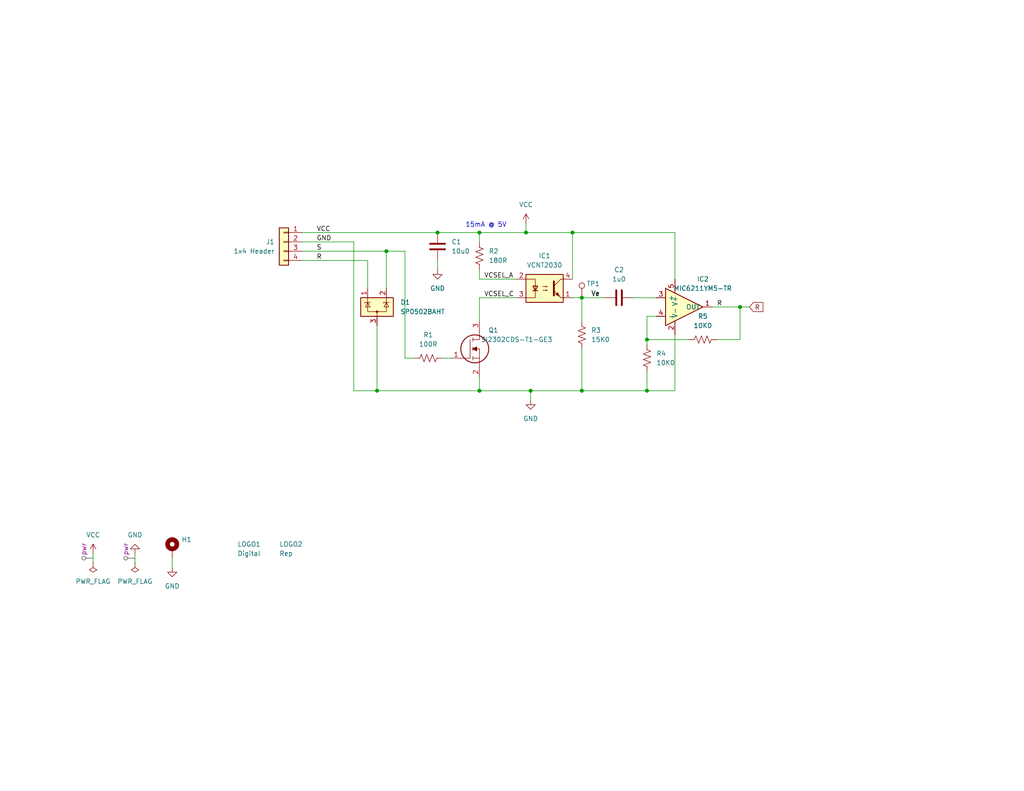
<source format=kicad_sch>
(kicad_sch (version 20230121) (generator eeschema)
  (paper "USLetter")
  (title_block (title "VCNT2030 with ambient light suppression") (date "2023-09-06") (rev "1") (company "DigitalREP"))
  (lib_symbols
    (symbol "Connector:TestPoint" (pin_numbers hide) (pin_names (offset 0.762) hide)
      (property "Reference" "TP" (at 0 6.858 0))
      (property "Value" "TestPoint" (at 0 5.08 0))
      (symbol "TestPoint_0_1"
        (circle (center 0 3.302) (radius 0.762))
      )
      (symbol "TestPoint_1_1"
        (pin passive line (at 0 0 90) (length 2.54) (name "1") (number "1"))
      )
    )
    (symbol "Connector_Generic:Conn_01x04" (pin_names (offset 1.016) hide)
      (property "Reference" "J" (at 0 5.08 0))
      (property "Value" "Conn_01x04" (at 0 -7.62 0))
      (symbol "Conn_01x04_1_1"
        (rectangle (start -1.27 -4.953) (end 0 -5.207) (stroke (width 0.1524)))
        (rectangle (start -1.27 -2.413) (end 0 -2.667) (stroke (width 0.1524)))
        (rectangle (start -1.27 0.127) (end 0 -0.127) (stroke (width 0.1524)))
        (rectangle (start -1.27 2.667) (end 0 2.413) (stroke (width 0.1524)))
        (rectangle (start -1.27 3.81) (end 1.27 -6.35) (stroke (width 0.254)) (fill (type background)))
        (pin passive line (at -5.08 2.54 0) (length 3.81) (name "Pin_1") (number "1"))
        (pin passive line (at -5.08 0 0) (length 3.81) (name "Pin_2") (number "2"))
        (pin passive line (at -5.08 -2.54 0) (length 3.81) (name "Pin_3") (number "3"))
        (pin passive line (at -5.08 -5.08 0) (length 3.81) (name "Pin_4") (number "4"))
      )
    )
    (symbol "Device:C" (pin_numbers hide) (pin_names (offset 0.254))
      (property "Reference" "C" (at 0.635 2.54 0))
      (property "Value" "C" (at 0.635 -2.54 0))
      (symbol "C_0_1"
        (polyline (pts (xy -2.032 -0.762) (xy 2.032 -0.762)) (stroke (width 0.508)))
        (polyline (pts (xy -2.032 0.762) (xy 2.032 0.762)) (stroke (width 0.508)))
      )
      (symbol "C_1_1"
        (pin passive line (at 0 3.81 270) (length 2.794) (name "~") (number "1"))
        (pin passive line (at 0 -3.81 90) (length 2.794) (name "~") (number "2"))
      )
    )
    (symbol "Device:R_US" (pin_numbers hide) (pin_names (offset 0))
      (property "Reference" "R" (at 2.54 0 90))
      (property "Value" "R_US" (at -2.54 0 90))
      (symbol "R_US_0_1"
        (polyline (pts (xy 0 -2.286) (xy 0 -2.54)))
        (polyline (pts (xy 0 2.286) (xy 0 2.54)))
        (polyline (pts (xy 0 -0.762) (xy 1.016 -1.143) (xy 0 -1.524) (xy -1.016 -1.905) (xy 0 -2.286)))
        (polyline (pts (xy 0 0.762) (xy 1.016 0.381) (xy 0 0) (xy -1.016 -0.381) (xy 0 -0.762)))
        (polyline (pts (xy 0 2.286) (xy 1.016 1.905) (xy 0 1.524) (xy -1.016 1.143) (xy 0 0.762)))
      )
      (symbol "R_US_1_1"
        (pin passive line (at 0 3.81 270) (length 1.27) (name "~") (number "1"))
        (pin passive line (at 0 -3.81 90) (length 1.27) (name "~") (number "2"))
      )
    )
    (symbol "Mechanical:MountingHole_Pad" (pin_numbers hide) (pin_names (offset 1.016) hide)
      (property "Reference" "H" (at 0 6.35 0))
      (property "Value" "MountingHole_Pad" (at 0 4.445 0))
      (symbol "MountingHole_Pad_0_1"
        (circle (center 0 1.27) (radius 1.27) (stroke (width 1.27)))
      )
      (symbol "MountingHole_Pad_1_1"
        (pin input line (at 0 -2.54 90) (length 2.54) (name "1") (number "1"))
      )
    )
    (symbol "My_Symbols:LOGO"
      (property "Reference" "LOGO" (at 0 0 0))
      (property "Value" "LOGO" (at 0 0 0))
    )
    (symbol "Power_Protection:SP0502BAHT" (pin_names hide)
      (property "Reference" "D" (at 5.715 2.54 0))
      (property "Value" "SP0502BAHT" (at 5.715 0.635 0))
      (symbol "SP0502BAHT_0_0"
        (pin passive line (at 0 -5.08 90) (length 2.54) (name "A") (number "3"))
      )
      (symbol "SP0502BAHT_0_1"
        (rectangle (start -4.445 2.54) (end 4.445 -2.54) (stroke (width 0.254)) (fill (type background)))
        (circle (center 0 -1.27) (radius 0.254) (fill (type outline)))
        (polyline (pts (xy -2.54 2.54) (xy -2.54 1.27)))
        (polyline (pts (xy 0 -1.27) (xy 0 -2.54)))
        (polyline (pts (xy 2.54 2.54) (xy 2.54 1.27)))
        (polyline (pts (xy -3.302 1.016) (xy -3.302 1.27) (xy -1.905 1.27) (xy -1.778 1.27)))
        (polyline (pts (xy -2.54 1.27) (xy -2.54 -1.27) (xy 2.54 -1.27) (xy 2.54 1.27)))
        (polyline (pts (xy -2.54 1.27) (xy -1.905 0) (xy -3.175 0) (xy -2.54 1.27)))
        (polyline (pts (xy 1.778 1.016) (xy 1.778 1.27) (xy 3.175 1.27) (xy 3.302 1.27)))
        (polyline (pts (xy 2.54 1.27) (xy 1.905 0) (xy 3.175 0) (xy 2.54 1.27)))
      )
      (symbol "SP0502BAHT_1_1"
        (pin passive line (at -2.54 5.08 270) (length 2.54) (name "K") (number "1"))
        (pin passive line (at 2.54 5.08 270) (length 2.54) (name "K") (number "2"))
      )
    )
    (symbol "Samacsys:MIC6211YM5-TR" (pin_names (offset 0.762))
      (property "Reference" "IC" (at 7.62 7.62 0))
      (property "Value" "MIC6211YM5-TR" (at 7.62 5.08 0))
      (symbol "MIC6211YM5-TR_0_1"
        (polyline (pts (xy 2.54 5.08) (xy 12.7 0) (xy 2.54 -5.08) (xy 2.54 5.08)) (stroke (width 0.254)) (fill (type background)))
      )
      (symbol "MIC6211YM5-TR_1_1"
        (pin output line (at 15.24 0 180) (length 2.54) (name "OUT") (number "1"))
        (pin power_in line (at 5.08 -7.62 90) (length 3.81) (name "V-") (number "2"))
        (pin input line (at 0 2.54 0) (length 2.54) (name "+") (number "3"))
        (pin input line (at 0 -2.54 0) (length 2.54) (name "-") (number "4"))
        (pin power_in line (at 5.08 7.62 270) (length 3.81) (name "V+") (number "5"))
      )
    )
    (symbol "Samacsys:SI2302CDS-T1-GE3" (pin_names (offset 0.762))
      (property "Reference" "IC" (at 11.43 6.35 0))
      (property "Value" "SI2302CDS-T1-GE3" (at 11.43 3.81 0))
      (symbol "SI2302CDS-T1-GE3_0_0"
        (pin bidirectional line (at 0 0 0) (length 2.54) (name "~") (number "1"))
        (pin bidirectional line (at 7.62 -5.08 90) (length 2.54) (name "~") (number "2"))
        (pin bidirectional line (at 7.62 10.16 270) (length 2.54) (name "~") (number "3"))
      )
      (symbol "SI2302CDS-T1-GE3_0_1"
        (polyline (pts (xy 5.842 -0.508) (xy 5.842 0.508)) (stroke (width 0.1524)))
        (polyline (pts (xy 5.842 0) (xy 7.62 0)) (stroke (width 0.1524)))
        (polyline (pts (xy 5.842 2.032) (xy 5.842 3.048)) (stroke (width 0.1524)))
        (polyline (pts (xy 5.842 5.588) (xy 5.842 4.572)) (stroke (width 0.1524)))
        (polyline (pts (xy 7.62 2.54) (xy 5.842 2.54)) (stroke (width 0.1524)))
        (polyline (pts (xy 7.62 2.54) (xy 7.62 -2.54)) (stroke (width 0.1524)))
        (polyline (pts (xy 7.62 5.08) (xy 5.842 5.08)) (stroke (width 0.1524)))
        (polyline (pts (xy 7.62 5.08) (xy 7.62 7.62)) (stroke (width 0.1524)))
        (polyline (pts (xy 2.54 0) (xy 5.08 0) (xy 5.08 5.08)) (stroke (width 0.1524)))
        (polyline (pts (xy 5.842 2.54) (xy 6.858 3.048) (xy 6.858 2.032) (xy 5.842 2.54)) (stroke (width 0.254)) (fill (type outline)))
        (circle (center 6.35 2.54) (radius 3.81) (stroke (width 0.254)))
      )
    )
    (symbol "Samacsys:VCNT2030" (pin_names (offset 0.762))
      (property "Reference" "IC" (at 2.54 7.62 0))
      (property "Value" "VCNT2030" (at 2.54 5.08 0))
      (symbol "VCNT2030_0_1"
        (polyline (pts (xy 4.445 -0.635) (xy 5.715 -0.635)) (stroke (width 0.254)))
        (polyline (pts (xy 10.16 0.635) (xy 12.065 2.54)))
        (polyline (pts (xy 12.065 -2.54) (xy 10.16 -0.635)) (fill (type outline)))
        (polyline (pts (xy 12.065 -2.54) (xy 12.7 -2.54)))
        (polyline (pts (xy 12.065 2.54) (xy 12.7 2.54)))
        (polyline (pts (xy 2.54 2.54) (xy 5.08 2.54) (xy 5.08 0.635)))
        (polyline (pts (xy 10.16 1.905) (xy 10.16 -1.905) (xy 10.16 -1.905)) (stroke (width 0.508)))
        (polyline (pts (xy 5.08 -0.635) (xy 4.445 0.635) (xy 5.715 0.635) (xy 5.08 -0.635)) (stroke (width 0.254)))
        (polyline (pts (xy 5.08 -0.635) (xy 5.08 1.27) (xy 5.08 -2.54) (xy 2.54 -2.54)))
        (polyline (pts (xy 7.112 -0.508) (xy 8.382 -0.508) (xy 8.001 -0.635) (xy 8.001 -0.381) (xy 8.382 -0.508)))
        (polyline (pts (xy 7.112 0.508) (xy 8.382 0.508) (xy 8.001 0.381) (xy 8.001 0.635) (xy 8.382 0.508)))
        (polyline (pts (xy 10.668 -1.651) (xy 11.176 -1.143) (xy 11.684 -2.159) (xy 10.668 -1.651) (xy 10.668 -1.651)) (fill (type outline)))
        (rectangle (start 2.54 3.81) (end 12.7 -3.81) (stroke (width 0.254)) (fill (type background)))
      )
      (symbol "VCNT2030_1_1"
        (pin passive line (at 15.24 -2.54 180) (length 2.54) (name "~") (number "1"))
        (pin passive line (at 0 2.54 0) (length 2.54) (name "~") (number "2"))
        (pin passive line (at 0 -2.54 0) (length 2.54) (name "~") (number "3"))
        (pin passive line (at 15.24 2.54 180) (length 2.54) (name "~") (number "4"))
      )
    )
    (symbol "power:GND" (power) (pin_names (offset 0))
      (property "Value" "GND" (at 0 -3.81 0))
      (symbol "GND_0_1"
        (polyline (pts (xy 0 0) (xy 0 -1.27) (xy 1.27 -1.27) (xy 0 -2.54) (xy -1.27 -1.27) (xy 0 -1.27)))
      )
      (symbol "GND_1_1"
        (pin power_in line (at 0 0 270) (length 0) hide (name "GND") (number "1"))
      )
    )
    (symbol "power:PWR_FLAG" (power) (pin_numbers hide) (pin_names (offset 0) hide)
      (property "Value" "PWR_FLAG" (at 0 3.81 0))
      (symbol "PWR_FLAG_0_0"
        (pin power_out line (at 0 0 90) (length 0) (name "pwr") (number "1"))
      )
      (symbol "PWR_FLAG_0_1"
        (polyline (pts (xy 0 0) (xy 0 1.27) (xy -1.016 1.905) (xy 0 2.54) (xy 1.016 1.905) (xy 0 1.27)))
      )
    )
    (symbol "power:VCC" (power) (pin_names (offset 0))
      (property "Value" "VCC" (at 0 3.81 0))
      (symbol "VCC_0_1"
        (polyline (pts (xy -0.762 1.27) (xy 0 2.54)))
        (polyline (pts (xy 0 0) (xy 0 2.54)))
        (polyline (pts (xy 0 2.54) (xy 0.762 1.27)))
      )
      (symbol "VCC_1_1"
        (pin power_in line (at 0 0 90) (length 0) hide (name "VCC") (number "1"))
      )
    )
  )
  (junction (at 130.81 63.5))
  (junction (at 158.75 106.68))
  (junction (at 201.93 83.82))
  (junction (at 119.38 63.5))
  (junction (at 176.53 106.68))
  (junction (at 130.81 106.68))
  (junction (at 102.87 106.68))
  (junction (at 105.41 68.58))
  (junction (at 156.21 63.5))
  (junction (at 158.75 81.28))
  (junction (at 144.78 106.68))
  (junction (at 176.53 92.71))
  (junction (at 143.51 63.5))
  (wire (pts (xy 184.15 91.44) (xy 184.15 106.68)))
  (wire (pts (xy 158.75 87.63) (xy 158.75 81.28)))
  (wire (pts (xy 143.51 60.96) (xy 143.51 63.5)))
  (wire (pts (xy 201.93 92.71) (xy 195.58 92.71)))
  (wire (pts (xy 105.41 68.58) (xy 105.41 78.74)))
  (wire (pts (xy 158.75 95.25) (xy 158.75 106.68)))
  (wire (pts (xy 119.38 63.5) (xy 130.81 63.5)))
  (wire (pts (xy 130.81 102.87) (xy 130.81 106.68)))
  (wire (pts (xy 176.53 92.71) (xy 176.53 93.98)))
  (wire (pts (xy 156.21 76.2) (xy 156.21 63.5)))
  (wire (pts (xy 176.53 101.6) (xy 176.53 106.68)))
  (wire (pts (xy 144.78 106.68) (xy 144.78 109.22)))
  (wire (pts (xy 201.93 83.82) (xy 204.47 83.82)))
  (wire (pts (xy 105.41 68.58) (xy 110.49 68.58)))
  (wire (pts (xy 194.31 83.82) (xy 201.93 83.82)))
  (wire (pts (xy 96.52 66.04) (xy 96.52 106.68)))
  (wire (pts (xy 172.72 81.28) (xy 179.07 81.28)))
  (wire (pts (xy 130.81 76.2) (xy 140.97 76.2)))
  (wire (pts (xy 130.81 87.63) (xy 130.81 81.28)))
  (wire (pts (xy 144.78 106.68) (xy 158.75 106.68)))
  (wire (pts (xy 143.51 63.5) (xy 130.81 63.5)))
  (wire (pts (xy 102.87 88.9) (xy 102.87 106.68)))
  (wire (pts (xy 82.55 63.5) (xy 119.38 63.5)))
  (wire (pts (xy 110.49 97.79) (xy 113.03 97.79)))
  (wire (pts (xy 130.81 81.28) (xy 140.97 81.28)))
  (wire (pts (xy 120.65 97.79) (xy 123.19 97.79)))
  (wire (pts (xy 36.83 151.13) (xy 36.83 153.67)))
  (wire (pts (xy 46.99 152.4) (xy 46.99 154.94)))
  (wire (pts (xy 184.15 76.2) (xy 184.15 63.5)))
  (wire (pts (xy 158.75 81.28) (xy 156.21 81.28)))
  (wire (pts (xy 158.75 81.28) (xy 165.1 81.28)))
  (wire (pts (xy 110.49 97.79) (xy 110.49 68.58)))
  (wire (pts (xy 156.21 63.5) (xy 143.51 63.5)))
  (wire (pts (xy 102.87 106.68) (xy 130.81 106.68)))
  (wire (pts (xy 82.55 68.58) (xy 105.41 68.58)))
  (wire (pts (xy 82.55 66.04) (xy 96.52 66.04)))
  (wire (pts (xy 100.33 71.12) (xy 100.33 78.74)))
  (wire (pts (xy 25.4 151.13) (xy 25.4 153.67)))
  (wire (pts (xy 96.52 106.68) (xy 102.87 106.68)))
  (wire (pts (xy 179.07 86.36) (xy 176.53 86.36)))
  (wire (pts (xy 176.53 86.36) (xy 176.53 92.71)))
  (wire (pts (xy 176.53 106.68) (xy 184.15 106.68)))
  (wire (pts (xy 82.55 71.12) (xy 100.33 71.12)))
  (wire (pts (xy 201.93 83.82) (xy 201.93 92.71)))
  (wire (pts (xy 119.38 71.12) (xy 119.38 73.66)))
  (wire (pts (xy 130.81 73.66) (xy 130.81 76.2)))
  (wire (pts (xy 176.53 92.71) (xy 187.96 92.71)))
  (wire (pts (xy 130.81 63.5) (xy 130.81 66.04)))
  (wire (pts (xy 158.75 106.68) (xy 176.53 106.68)))
  (wire (pts (xy 130.81 106.68) (xy 144.78 106.68)))
  (wire (pts (xy 184.15 63.5) (xy 156.21 63.5)))
  (text "15mA @ 5V" (at 127 62.23 0) (effects (font (size 1.27 1.27)) (justify left bottom)))
  (label "S" (at 86.36 68.58 0))
  (label "GND" (at 86.36 66.04 0))
  (label "VCSEL_C" (at 132.08 81.28 0))
  (label "VCSEL_A" (at 132.08 76.2 0))
  (label "R" (at 195.58 83.82 0))
  (label "VCC" (at 86.36 63.5 0))
  (label "R" (at 86.36 71.12 0))
  (label "Ve" (at 161.29 81.28 0))
  (global_label "R" (shape input) (at 204.47 83.82 0) (property "Intersheetrefs" "${INTERSHEET_REFS}" (effects hide)))
  (netclass_flag "" (length 2.54) (shape round) (at 25.4 152.4 90) (property "Netclass" "pwr" (at 22.86 151.7015 90) (effects (font italic) (justify left))))
  (netclass_flag "" (length 2.54) (shape round) (at 36.83 152.4 90) (property "Netclass" "pwr" (at 34.29 151.7015 90) (effects (font italic) (justify left))))
  (symbol (lib_id "power:PWR_FLAG") (at 36.83 153.67 180) (unit 1)
    (property "Reference" "#FLG02" (effects hide))
    (property "Value" "PWR_FLAG" (at 36.83 158.75 0))
  )
  (symbol (lib_id "Power_Protection:SP0502BAHT") (at 102.87 83.82 0) (unit 1)
    (property "Reference" "D1" (at 109.22 82.5499 0) (effects (justify left)))
    (property "Value" "SP0502BAHT" (at 109.22 85.0899 0) (effects (justify left)))
    (property "Footprint" "Package_TO_SOT_SMD:SOT-23" (effects hide))
    (property "Datasheet" "http://www.littelfuse.com/~/media/files/littelfuse/technical%20resources/documents/data%20sheets/sp05xxba.pdf" (effects hide))
  )
  (symbol (lib_id "Connector:TestPoint") (at 158.75 81.28 0) (unit 1)
    (property "Reference" "TP1" (at 160.02 77.47 0) (effects (justify left)))
    (property "Value" "Ve" (at 161.29 80.01 0) (effects (justify left)))
    (property "Footprint" "TestPoint:TestPoint_THTPad_1.0x1.0mm_Drill0.5mm" (effects hide))
  )
  (symbol (lib_id "power:GND") (at 46.99 154.94 0) (unit 1)
    (property "Reference" "#PWR03" (effects hide))
    (property "Value" "GND" (at 46.99 160.02 0))
  )
  (symbol (lib_id "Samacsys:SI2302CDS-T1-GE3") (at 123.19 97.79 0) (unit 1)
    (property "Reference" "Q1" (at 134.62 90.17 0))
    (property "Value" "SI2302CDS-T1-GE3" (at 140.97 92.71 0))
    (property "Footprint" "SamacSys:SOT95P237X112-3N" (effects hide))
    (property "Datasheet" "https://datasheet.datasheetarchive.com/originals/distributors/Datasheets-DGA23/1579559.pdf" (effects hide))
    (property "Description" "SI2302CDS-T1-GE3, N-channel MOSFET Transistor 2.6 A 20 V, 3-Pin SOT-23" (effects hide))
    (property "Height" "1.12" (effects hide))
    (property "Mouser Part Number" "781-SI2302CDS-T1-GE3" (effects hide))
    (property "Mouser Price/Stock" "https://www.mouser.co.uk/ProductDetail/Vishay-Semiconductors/SI2302CDS-T1-GE3?qs=IRuQNBqMOcmu69KRt6rZUQ%3D%3D" (effects hide))
    (property "Manufacturer_Name" "Vishay" (effects hide))
    (property "Manufacturer_Part_Number" "SI2302CDS-T1-GE3" (effects hide))
  )
  (symbol (lib_id "power:PWR_FLAG") (at 25.4 153.67 180) (unit 1)
    (property "Reference" "#FLG01" (effects hide))
    (property "Value" "PWR_FLAG" (at 25.4 158.75 0))
  )
  (symbol (lib_id "Device:C") (at 168.91 81.28 90) (unit 1)
    (property "Reference" "C2" (at 168.91 73.66 90))
    (property "Value" "1u0" (at 168.91 76.2 90))
    (property "Footprint" "Capacitor_SMD:C_0603_1608Metric" (effects hide))
  )
  (symbol (lib_id "Device:R_US") (at 116.84 97.79 90) (unit 1)
    (property "Reference" "R1" (at 116.84 91.44 90))
    (property "Value" "100R" (at 116.84 93.98 90))
    (property "Footprint" "Resistor_SMD:R_0603_1608Metric" (effects hide))
  )
  (symbol (lib_id "Mechanical:MountingHole_Pad") (at 46.99 149.86 0) (unit 1)
    (property "Reference" "H1" (at 49.53 147.3199 0) (effects (justify left)))
    (property "Value" "MountingHole_Pad" (effects hide))
    (property "Footprint" "MountingHole:MountingHole_3.2mm_M3_DIN965_Pad_TopBottom" (effects hide))
  )
  (symbol (lib_id "power:VCC") (at 25.4 151.13 0) (unit 1)
    (property "Reference" "#PWR01" (effects hide))
    (property "Value" "VCC" (at 25.4 146.05 0))
  )
  (symbol (lib_id "Samacsys:VCNT2030") (at 140.97 78.74 0) (unit 1)
    (property "Reference" "IC1" (at 148.59 69.85 0))
    (property "Value" "VCNT2030" (at 148.59 72.39 0))
    (property "Footprint" "SamacSys:VCNT2030" (effects hide))
    (property "Datasheet" "https://www.vishay.com/docs/80223/vcnt2030.pdf" (effects hide))
    (property "Description" "Reflective Optical Sensor With VCSEL and Transistor Output" (effects hide))
    (property "Height" "0.6" (effects hide))
    (property "Manufacturer_Name" "Vishay" (effects hide))
    (property "Manufacturer_Part_Number" "VCNT2030" (effects hide))
  )
  (symbol (lib_id "Device:R_US") (at 176.53 97.79 0) (unit 1)
    (property "Reference" "R4" (at 179.07 96.5199 0) (effects (justify left)))
    (property "Value" "10K0" (at 179.07 99.0599 0) (effects (justify left)))
    (property "Footprint" "Resistor_SMD:R_0603_1608Metric" (effects hide))
  )
  (symbol (lib_id "Device:R_US") (at 158.75 91.44 0) (unit 1)
    (property "Reference" "R3" (at 161.29 90.1699 0) (effects (justify left)))
    (property "Value" "15K0" (at 161.29 92.7099 0) (effects (justify left)))
    (property "Footprint" "Resistor_SMD:R_0603_1608Metric" (effects hide))
  )
  (symbol (lib_id "power:GND") (at 36.83 151.13 180) (unit 1)
    (property "Reference" "#PWR02" (effects hide))
    (property "Value" "GND" (at 36.83 146.05 0))
  )
  (symbol (lib_id "My_Symbols:LOGO") (at 63.5 149.86 0) (unit 1)
    (property "Reference" "LOGO1" (at 64.77 148.5899 0) (effects (justify left)))
    (property "Value" "Digital" (at 64.77 151.1299 0) (effects (justify left)))
    (property "Footprint" "My_Modules:digital" (effects hide))
  )
  (symbol (lib_id "Connector_Generic:Conn_01x04") (at 77.47 66.04 0) (mirror y) (unit 1)
    (property "Reference" "J1" (at 74.93 66.0399 0) (effects (justify left)))
    (property "Value" "1x4 Header" (at 74.93 68.5799 0) (effects (justify left)))
    (property "Footprint" "Connector_PinHeader_2.54mm:PinHeader_1x04_P2.54mm_Vertical" (effects hide))
  )
  (symbol (lib_id "Device:C") (at 119.38 67.31 0) (unit 1)
    (property "Reference" "C1" (at 123.19 66.0399 0) (effects (justify left)))
    (property "Value" "10u0" (at 123.19 68.5799 0) (effects (justify left)))
    (property "Footprint" "Capacitor_SMD:C_0805_2012Metric" (effects hide))
  )
  (symbol (lib_id "Device:R_US") (at 130.81 69.85 0) (unit 1)
    (property "Reference" "R2" (at 133.35 68.5799 0) (effects (justify left)))
    (property "Value" "180R" (at 133.35 71.1199 0) (effects (justify left)))
    (property "Footprint" "Resistor_SMD:R_0603_1608Metric" (effects hide))
  )
  (symbol (lib_id "power:VCC") (at 143.51 60.96 0) (unit 1)
    (property "Reference" "#PWR05" (effects hide))
    (property "Value" "VCC" (at 143.51 55.88 0))
  )
  (symbol (lib_id "Samacsys:MIC6211YM5-TR") (at 179.07 83.82 0) (unit 1)
    (property "Reference" "IC2" (at 191.77 76.2 0))
    (property "Value" "MIC6211YM5-TR" (at 191.77 78.74 0))
    (property "Footprint" "SamacSys:SOT95P280X145-5N" (effects hide))
    (property "Datasheet" "http://ww1.microchip.com/downloads/en/DeviceDoc/mic6211.pdf" (effects hide))
    (property "Description" "Operational Amplifiers - Op Amps" (effects hide))
    (property "Height" "1.45" (effects hide))
    (property "Mouser Part Number" "998-MIC6211YM5TR" (effects hide))
    (property "Mouser Price/Stock" "https://www.mouser.co.uk/ProductDetail/Microchip-Technology/MIC6211YM5-TR?qs=Y3Q3JoKAO1TuZYg26F5OxQ%3D%3D" (effects hide))
    (property "Manufacturer_Name" "Microchip" (effects hide))
    (property "Manufacturer_Part_Number" "MIC6211YM5-TR" (effects hide))
  )
  (symbol (lib_id "power:GND") (at 144.78 109.22 0) (unit 1)
    (property "Reference" "#PWR06" (effects hide))
    (property "Value" "GND" (at 144.78 114.3 0))
  )
  (symbol (lib_id "My_Symbols:LOGO") (at 74.93 149.86 0) (unit 1)
    (property "Reference" "LOGO2" (at 76.2 148.5899 0) (effects (justify left)))
    (property "Value" "Rep" (at 76.2 151.1299 0) (effects (justify left)))
    (property "Footprint" "My_Modules:repword_soldermask" (effects hide))
  )
  (symbol (lib_id "power:GND") (at 119.38 73.66 0) (unit 1)
    (property "Reference" "#PWR04" (effects hide))
    (property "Value" "GND" (at 119.38 78.74 0))
  )
  (symbol (lib_id "Device:R_US") (at 191.77 92.71 90) (unit 1)
    (property "Reference" "R5" (at 191.77 86.36 90))
    (property "Value" "10K0" (at 191.77 88.9 90))
    (property "Footprint" "Resistor_SMD:R_0603_1608Metric" (effects hide))
  )
)
</source>
